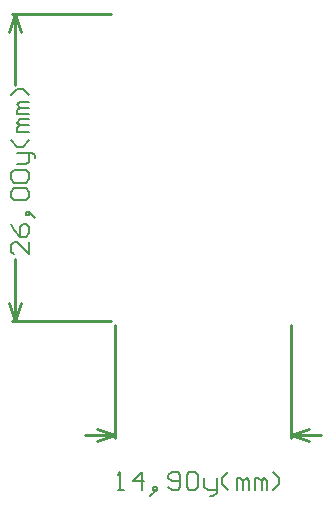
<source format=gbl>
%FSLAX42Y42*%
%MOMM*%
G71*
G01*
G75*
G04 Layer_Physical_Order=2*
G04 Layer_Color=16711680*
%ADD10R,2.80X2.20*%
%ADD11R,2.80X2.80*%
%ADD12R,2.80X2.00*%
G04:AMPARAMS|DCode=13|XSize=1mm|YSize=1.1mm|CornerRadius=0.25mm|HoleSize=0mm|Usage=FLASHONLY|Rotation=270.000|XOffset=0mm|YOffset=0mm|HoleType=Round|Shape=RoundedRectangle|*
%AMROUNDEDRECTD13*
21,1,1.00,0.60,0,0,270.0*
21,1,0.50,1.10,0,0,270.0*
1,1,0.50,-0.30,-0.25*
1,1,0.50,-0.30,0.25*
1,1,0.50,0.30,0.25*
1,1,0.50,0.30,-0.25*
%
%ADD13ROUNDEDRECTD13*%
%ADD14R,4.00X4.00*%
%ADD15C,0.50*%
%ADD16C,0.25*%
%ADD17C,0.15*%
D16*
X6400Y6909D02*
Y7860D01*
X4910Y6909D02*
Y7860D01*
X4656Y6934D02*
X4910D01*
X6400D02*
X6654D01*
X4758Y6985D02*
X4910Y6934D01*
X4758Y6883D02*
X4910Y6934D01*
X6400D02*
X6552Y6883D01*
X6400Y6934D02*
X6552Y6985D01*
X4039Y10500D02*
X4870D01*
X4039Y7900D02*
X4870D01*
X4064Y9898D02*
Y10500D01*
Y7900D02*
Y8420D01*
X4013Y10348D02*
X4064Y10500D01*
X4115Y10348D01*
X4064Y7900D02*
X4115Y8052D01*
X4013D02*
X4064Y7900D01*
D17*
X4929Y6467D02*
X4980D01*
X4954D01*
Y6619D01*
X4929Y6594D01*
X5132Y6467D02*
Y6619D01*
X5056Y6543D01*
X5157D01*
X5233Y6442D02*
X5259Y6467D01*
Y6492D01*
X5233D01*
Y6467D01*
X5259D01*
X5233Y6442D01*
X5208Y6416D01*
X5360Y6492D02*
X5386Y6467D01*
X5437D01*
X5462Y6492D01*
Y6594D01*
X5437Y6619D01*
X5386D01*
X5360Y6594D01*
Y6569D01*
X5386Y6543D01*
X5462D01*
X5513Y6594D02*
X5538Y6619D01*
X5589D01*
X5614Y6594D01*
Y6492D01*
X5589Y6467D01*
X5538D01*
X5513Y6492D01*
Y6594D01*
X5665Y6569D02*
Y6492D01*
X5691Y6467D01*
X5767D01*
Y6442D01*
X5741Y6416D01*
X5716D01*
X5767Y6467D02*
Y6569D01*
X5868Y6467D02*
X5817Y6518D01*
Y6569D01*
X5868Y6619D01*
X5944Y6467D02*
Y6569D01*
X5970D01*
X5995Y6543D01*
Y6467D01*
Y6543D01*
X6021Y6569D01*
X6046Y6543D01*
Y6467D01*
X6097D02*
Y6569D01*
X6122D01*
X6148Y6543D01*
Y6467D01*
Y6543D01*
X6173Y6569D01*
X6198Y6543D01*
Y6467D01*
X6249D02*
X6300Y6518D01*
Y6569D01*
X6249Y6619D01*
X4181Y8563D02*
Y8461D01*
X4079Y8563D01*
X4054D01*
X4028Y8537D01*
Y8486D01*
X4054Y8461D01*
X4028Y8715D02*
X4054Y8664D01*
X4105Y8613D01*
X4155D01*
X4181Y8639D01*
Y8690D01*
X4155Y8715D01*
X4130D01*
X4105Y8690D01*
Y8613D01*
X4206Y8791D02*
X4181Y8817D01*
X4155D01*
Y8791D01*
X4181D01*
Y8817D01*
X4206Y8791D01*
X4232Y8766D01*
X4054Y8918D02*
X4028Y8944D01*
Y8994D01*
X4054Y9020D01*
X4155D01*
X4181Y8994D01*
Y8944D01*
X4155Y8918D01*
X4054D01*
Y9070D02*
X4028Y9096D01*
Y9147D01*
X4054Y9172D01*
X4155D01*
X4181Y9147D01*
Y9096D01*
X4155Y9070D01*
X4054D01*
X4079Y9223D02*
X4155D01*
X4181Y9248D01*
Y9324D01*
X4206D01*
X4232Y9299D01*
Y9274D01*
X4181Y9324D02*
X4079D01*
X4181Y9426D02*
X4130Y9375D01*
X4079D01*
X4028Y9426D01*
X4181Y9502D02*
X4079D01*
Y9528D01*
X4105Y9553D01*
X4181D01*
X4105D01*
X4079Y9578D01*
X4105Y9604D01*
X4181D01*
Y9654D02*
X4079D01*
Y9680D01*
X4105Y9705D01*
X4181D01*
X4105D01*
X4079Y9731D01*
X4105Y9756D01*
X4181D01*
Y9807D02*
X4130Y9858D01*
X4079D01*
X4028Y9807D01*
M02*

</source>
